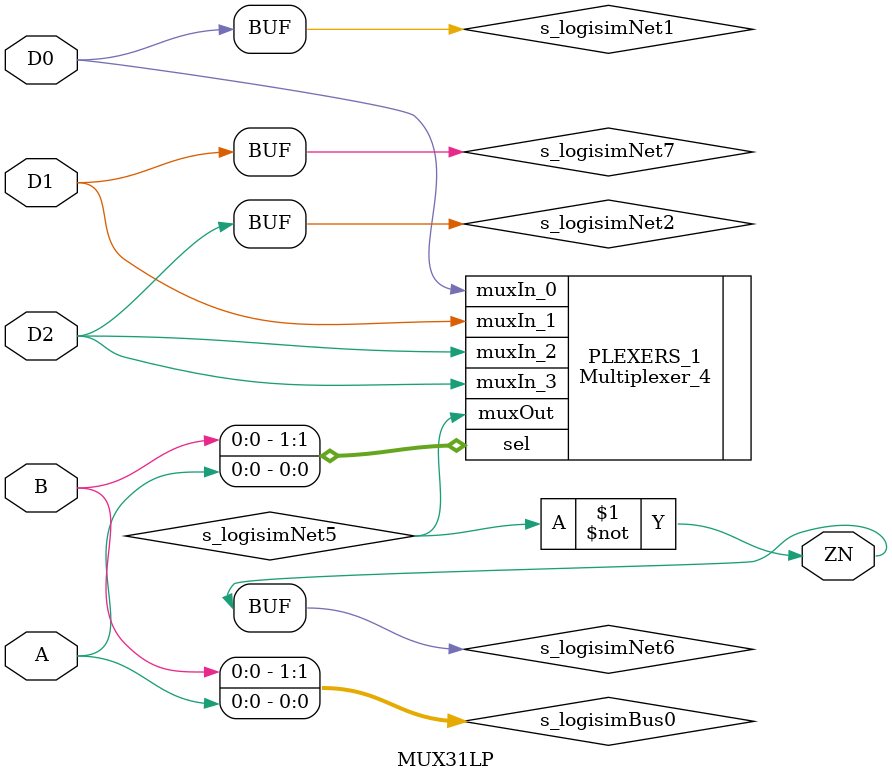
<source format=v>
/******************************************************************************
 ** Logisim-evolution goes FPGA automatic generated Verilog code             **
 ** https://github.com/logisim-evolution/                                    **
 **                                                                          **
 ** Component : MUX31LP                                                      **
 **                                                                          **
 *****************************************************************************/

module MUX31LP( input A,
                input B,
                input D0,
                input D1,
                input D2,
                output ZN );


   /*******************************************************************************
   ** The wires are defined here                                                 **
   *******************************************************************************/
   wire [1:0] s_logisimBus0;
   wire       s_logisimNet1;
   wire       s_logisimNet2;
   wire       s_logisimNet3;
   wire       s_logisimNet4;
   wire       s_logisimNet5;
   wire       s_logisimNet6;
   wire       s_logisimNet7;

   /*******************************************************************************
   ** The module functionality is described here                                 **
   *******************************************************************************/

   /*******************************************************************************
   ** Here all input connections are defined                                     **
   *******************************************************************************/
   assign s_logisimBus0[0] = A;
   assign s_logisimBus0[1] = B;
   assign s_logisimNet1    = D0;
   assign s_logisimNet2    = D2;
   assign s_logisimNet7    = D1;

   /*******************************************************************************
   ** Here all output connections are defined                                    **
   *******************************************************************************/
   assign ZN = s_logisimNet6;

   /*******************************************************************************
   ** Here all in-lined components are defined                                   **
   *******************************************************************************/

   // NOT Gate
   assign s_logisimNet6 = ~s_logisimNet5;

   /*******************************************************************************
   ** Here all normal components are defined                                     **
   *******************************************************************************/
   Multiplexer_4   PLEXERS_1 (
                              .muxIn_0(s_logisimNet1),
                              .muxIn_1(s_logisimNet7),
                              .muxIn_2(s_logisimNet2),
                              .muxIn_3(s_logisimNet2),
                              .muxOut(s_logisimNet5),
                              .sel(s_logisimBus0[1:0]));


endmodule

</source>
